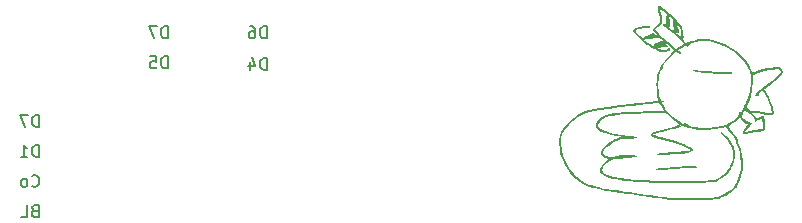
<source format=gbr>
%TF.GenerationSoftware,KiCad,Pcbnew,8.0.2*%
%TF.CreationDate,2024-12-11T20:23:40+09:00*%
%TF.ProjectId,Pmod_SC1602,506d6f64-5f53-4433-9136-30322e6b6963,rev?*%
%TF.SameCoordinates,Original*%
%TF.FileFunction,Legend,Bot*%
%TF.FilePolarity,Positive*%
%FSLAX46Y46*%
G04 Gerber Fmt 4.6, Leading zero omitted, Abs format (unit mm)*
G04 Created by KiCad (PCBNEW 8.0.2) date 2024-12-11 20:23:40*
%MOMM*%
%LPD*%
G01*
G04 APERTURE LIST*
%ADD10C,0.150000*%
%ADD11C,0.000000*%
G04 APERTURE END LIST*
D10*
X89325220Y-90801819D02*
X89325220Y-89801819D01*
X89325220Y-89801819D02*
X89087125Y-89801819D01*
X89087125Y-89801819D02*
X88944268Y-89849438D01*
X88944268Y-89849438D02*
X88849030Y-89944676D01*
X88849030Y-89944676D02*
X88801411Y-90039914D01*
X88801411Y-90039914D02*
X88753792Y-90230390D01*
X88753792Y-90230390D02*
X88753792Y-90373247D01*
X88753792Y-90373247D02*
X88801411Y-90563723D01*
X88801411Y-90563723D02*
X88849030Y-90658961D01*
X88849030Y-90658961D02*
X88944268Y-90754200D01*
X88944268Y-90754200D02*
X89087125Y-90801819D01*
X89087125Y-90801819D02*
X89325220Y-90801819D01*
X88420458Y-89801819D02*
X87753792Y-89801819D01*
X87753792Y-89801819D02*
X88182363Y-90801819D01*
X108629220Y-83308819D02*
X108629220Y-82308819D01*
X108629220Y-82308819D02*
X108391125Y-82308819D01*
X108391125Y-82308819D02*
X108248268Y-82356438D01*
X108248268Y-82356438D02*
X108153030Y-82451676D01*
X108153030Y-82451676D02*
X108105411Y-82546914D01*
X108105411Y-82546914D02*
X108057792Y-82737390D01*
X108057792Y-82737390D02*
X108057792Y-82880247D01*
X108057792Y-82880247D02*
X108105411Y-83070723D01*
X108105411Y-83070723D02*
X108153030Y-83165961D01*
X108153030Y-83165961D02*
X108248268Y-83261200D01*
X108248268Y-83261200D02*
X108391125Y-83308819D01*
X108391125Y-83308819D02*
X108629220Y-83308819D01*
X107200649Y-82308819D02*
X107391125Y-82308819D01*
X107391125Y-82308819D02*
X107486363Y-82356438D01*
X107486363Y-82356438D02*
X107533982Y-82404057D01*
X107533982Y-82404057D02*
X107629220Y-82546914D01*
X107629220Y-82546914D02*
X107676839Y-82737390D01*
X107676839Y-82737390D02*
X107676839Y-83118342D01*
X107676839Y-83118342D02*
X107629220Y-83213580D01*
X107629220Y-83213580D02*
X107581601Y-83261200D01*
X107581601Y-83261200D02*
X107486363Y-83308819D01*
X107486363Y-83308819D02*
X107295887Y-83308819D01*
X107295887Y-83308819D02*
X107200649Y-83261200D01*
X107200649Y-83261200D02*
X107153030Y-83213580D01*
X107153030Y-83213580D02*
X107105411Y-83118342D01*
X107105411Y-83118342D02*
X107105411Y-82880247D01*
X107105411Y-82880247D02*
X107153030Y-82785009D01*
X107153030Y-82785009D02*
X107200649Y-82737390D01*
X107200649Y-82737390D02*
X107295887Y-82689771D01*
X107295887Y-82689771D02*
X107486363Y-82689771D01*
X107486363Y-82689771D02*
X107581601Y-82737390D01*
X107581601Y-82737390D02*
X107629220Y-82785009D01*
X107629220Y-82785009D02*
X107676839Y-82880247D01*
X108629220Y-85975819D02*
X108629220Y-84975819D01*
X108629220Y-84975819D02*
X108391125Y-84975819D01*
X108391125Y-84975819D02*
X108248268Y-85023438D01*
X108248268Y-85023438D02*
X108153030Y-85118676D01*
X108153030Y-85118676D02*
X108105411Y-85213914D01*
X108105411Y-85213914D02*
X108057792Y-85404390D01*
X108057792Y-85404390D02*
X108057792Y-85547247D01*
X108057792Y-85547247D02*
X108105411Y-85737723D01*
X108105411Y-85737723D02*
X108153030Y-85832961D01*
X108153030Y-85832961D02*
X108248268Y-85928200D01*
X108248268Y-85928200D02*
X108391125Y-85975819D01*
X108391125Y-85975819D02*
X108629220Y-85975819D01*
X107200649Y-85309152D02*
X107200649Y-85975819D01*
X107438744Y-84928200D02*
X107676839Y-85642485D01*
X107676839Y-85642485D02*
X107057792Y-85642485D01*
X100247220Y-85848819D02*
X100247220Y-84848819D01*
X100247220Y-84848819D02*
X100009125Y-84848819D01*
X100009125Y-84848819D02*
X99866268Y-84896438D01*
X99866268Y-84896438D02*
X99771030Y-84991676D01*
X99771030Y-84991676D02*
X99723411Y-85086914D01*
X99723411Y-85086914D02*
X99675792Y-85277390D01*
X99675792Y-85277390D02*
X99675792Y-85420247D01*
X99675792Y-85420247D02*
X99723411Y-85610723D01*
X99723411Y-85610723D02*
X99771030Y-85705961D01*
X99771030Y-85705961D02*
X99866268Y-85801200D01*
X99866268Y-85801200D02*
X100009125Y-85848819D01*
X100009125Y-85848819D02*
X100247220Y-85848819D01*
X98771030Y-84848819D02*
X99247220Y-84848819D01*
X99247220Y-84848819D02*
X99294839Y-85325009D01*
X99294839Y-85325009D02*
X99247220Y-85277390D01*
X99247220Y-85277390D02*
X99151982Y-85229771D01*
X99151982Y-85229771D02*
X98913887Y-85229771D01*
X98913887Y-85229771D02*
X98818649Y-85277390D01*
X98818649Y-85277390D02*
X98771030Y-85325009D01*
X98771030Y-85325009D02*
X98723411Y-85420247D01*
X98723411Y-85420247D02*
X98723411Y-85658342D01*
X98723411Y-85658342D02*
X98771030Y-85753580D01*
X98771030Y-85753580D02*
X98818649Y-85801200D01*
X98818649Y-85801200D02*
X98913887Y-85848819D01*
X98913887Y-85848819D02*
X99151982Y-85848819D01*
X99151982Y-85848819D02*
X99247220Y-85801200D01*
X99247220Y-85801200D02*
X99294839Y-85753580D01*
X100247220Y-83308819D02*
X100247220Y-82308819D01*
X100247220Y-82308819D02*
X100009125Y-82308819D01*
X100009125Y-82308819D02*
X99866268Y-82356438D01*
X99866268Y-82356438D02*
X99771030Y-82451676D01*
X99771030Y-82451676D02*
X99723411Y-82546914D01*
X99723411Y-82546914D02*
X99675792Y-82737390D01*
X99675792Y-82737390D02*
X99675792Y-82880247D01*
X99675792Y-82880247D02*
X99723411Y-83070723D01*
X99723411Y-83070723D02*
X99771030Y-83165961D01*
X99771030Y-83165961D02*
X99866268Y-83261200D01*
X99866268Y-83261200D02*
X100009125Y-83308819D01*
X100009125Y-83308819D02*
X100247220Y-83308819D01*
X99342458Y-82308819D02*
X98675792Y-82308819D01*
X98675792Y-82308819D02*
X99104363Y-83308819D01*
X88753792Y-95786580D02*
X88801411Y-95834200D01*
X88801411Y-95834200D02*
X88944268Y-95881819D01*
X88944268Y-95881819D02*
X89039506Y-95881819D01*
X89039506Y-95881819D02*
X89182363Y-95834200D01*
X89182363Y-95834200D02*
X89277601Y-95738961D01*
X89277601Y-95738961D02*
X89325220Y-95643723D01*
X89325220Y-95643723D02*
X89372839Y-95453247D01*
X89372839Y-95453247D02*
X89372839Y-95310390D01*
X89372839Y-95310390D02*
X89325220Y-95119914D01*
X89325220Y-95119914D02*
X89277601Y-95024676D01*
X89277601Y-95024676D02*
X89182363Y-94929438D01*
X89182363Y-94929438D02*
X89039506Y-94881819D01*
X89039506Y-94881819D02*
X88944268Y-94881819D01*
X88944268Y-94881819D02*
X88801411Y-94929438D01*
X88801411Y-94929438D02*
X88753792Y-94977057D01*
X88182363Y-95881819D02*
X88277601Y-95834200D01*
X88277601Y-95834200D02*
X88325220Y-95786580D01*
X88325220Y-95786580D02*
X88372839Y-95691342D01*
X88372839Y-95691342D02*
X88372839Y-95405628D01*
X88372839Y-95405628D02*
X88325220Y-95310390D01*
X88325220Y-95310390D02*
X88277601Y-95262771D01*
X88277601Y-95262771D02*
X88182363Y-95215152D01*
X88182363Y-95215152D02*
X88039506Y-95215152D01*
X88039506Y-95215152D02*
X87944268Y-95262771D01*
X87944268Y-95262771D02*
X87896649Y-95310390D01*
X87896649Y-95310390D02*
X87849030Y-95405628D01*
X87849030Y-95405628D02*
X87849030Y-95691342D01*
X87849030Y-95691342D02*
X87896649Y-95786580D01*
X87896649Y-95786580D02*
X87944268Y-95834200D01*
X87944268Y-95834200D02*
X88039506Y-95881819D01*
X88039506Y-95881819D02*
X88182363Y-95881819D01*
X88991887Y-97898009D02*
X88849030Y-97945628D01*
X88849030Y-97945628D02*
X88801411Y-97993247D01*
X88801411Y-97993247D02*
X88753792Y-98088485D01*
X88753792Y-98088485D02*
X88753792Y-98231342D01*
X88753792Y-98231342D02*
X88801411Y-98326580D01*
X88801411Y-98326580D02*
X88849030Y-98374200D01*
X88849030Y-98374200D02*
X88944268Y-98421819D01*
X88944268Y-98421819D02*
X89325220Y-98421819D01*
X89325220Y-98421819D02*
X89325220Y-97421819D01*
X89325220Y-97421819D02*
X88991887Y-97421819D01*
X88991887Y-97421819D02*
X88896649Y-97469438D01*
X88896649Y-97469438D02*
X88849030Y-97517057D01*
X88849030Y-97517057D02*
X88801411Y-97612295D01*
X88801411Y-97612295D02*
X88801411Y-97707533D01*
X88801411Y-97707533D02*
X88849030Y-97802771D01*
X88849030Y-97802771D02*
X88896649Y-97850390D01*
X88896649Y-97850390D02*
X88991887Y-97898009D01*
X88991887Y-97898009D02*
X89325220Y-97898009D01*
X87849030Y-98421819D02*
X88325220Y-98421819D01*
X88325220Y-98421819D02*
X88325220Y-97421819D01*
X89325220Y-93341819D02*
X89325220Y-92341819D01*
X89325220Y-92341819D02*
X89087125Y-92341819D01*
X89087125Y-92341819D02*
X88944268Y-92389438D01*
X88944268Y-92389438D02*
X88849030Y-92484676D01*
X88849030Y-92484676D02*
X88801411Y-92579914D01*
X88801411Y-92579914D02*
X88753792Y-92770390D01*
X88753792Y-92770390D02*
X88753792Y-92913247D01*
X88753792Y-92913247D02*
X88801411Y-93103723D01*
X88801411Y-93103723D02*
X88849030Y-93198961D01*
X88849030Y-93198961D02*
X88944268Y-93294200D01*
X88944268Y-93294200D02*
X89087125Y-93341819D01*
X89087125Y-93341819D02*
X89325220Y-93341819D01*
X87801411Y-93341819D02*
X88372839Y-93341819D01*
X88087125Y-93341819D02*
X88087125Y-92341819D01*
X88087125Y-92341819D02*
X88182363Y-92484676D01*
X88182363Y-92484676D02*
X88277601Y-92579914D01*
X88277601Y-92579914D02*
X88372839Y-92627533D01*
D11*
%TO.C,G\u002A\u002A\u002A*%
G36*
X145056834Y-85997607D02*
G01*
X145366069Y-86036625D01*
X145406296Y-86042479D01*
X145723074Y-86077252D01*
X146119106Y-86105580D01*
X146567886Y-86125883D01*
X147042909Y-86136581D01*
X147303547Y-86140273D01*
X147658045Y-86149392D01*
X147913376Y-86162972D01*
X148076279Y-86181953D01*
X148153494Y-86207272D01*
X148151761Y-86239869D01*
X148077822Y-86280682D01*
X148045033Y-86290457D01*
X147894157Y-86308548D01*
X147662538Y-86316766D01*
X147367512Y-86316137D01*
X147026415Y-86307688D01*
X146656581Y-86292446D01*
X146275346Y-86271437D01*
X145900046Y-86245688D01*
X145548015Y-86216225D01*
X145236591Y-86184076D01*
X144983108Y-86150267D01*
X144804901Y-86115824D01*
X144719306Y-86081775D01*
X144698456Y-86054747D01*
X144718862Y-86006959D01*
X144839710Y-85987816D01*
X145056834Y-85997607D01*
G37*
G36*
X144694257Y-94145504D02*
G01*
X144938574Y-94158040D01*
X145097970Y-94181123D01*
X145160180Y-94214757D01*
X145140133Y-94229333D01*
X145023744Y-94251172D01*
X144810982Y-94272085D01*
X144510026Y-94291333D01*
X144129056Y-94308174D01*
X143818778Y-94321137D01*
X143470247Y-94339163D01*
X143155124Y-94358966D01*
X142898910Y-94378925D01*
X142727108Y-94397415D01*
X142536220Y-94421059D01*
X142267403Y-94443796D01*
X142020261Y-94453764D01*
X141816660Y-94450803D01*
X141678465Y-94434754D01*
X141627541Y-94405456D01*
X141627610Y-94399751D01*
X141633310Y-94373593D01*
X141657480Y-94352159D01*
X141713141Y-94333536D01*
X141813314Y-94315812D01*
X141971018Y-94297074D01*
X142199276Y-94275408D01*
X142511107Y-94248902D01*
X142919532Y-94215643D01*
X143113054Y-94200721D01*
X143574418Y-94171122D01*
X143999915Y-94152049D01*
X144377283Y-94143508D01*
X144694257Y-94145504D01*
G37*
G36*
X143610945Y-90680944D02*
G01*
X143685379Y-90717402D01*
X143689903Y-90773632D01*
X143613052Y-90837005D01*
X143441158Y-90901935D01*
X143166935Y-90971998D01*
X142930972Y-91027071D01*
X142643778Y-91097674D01*
X142397238Y-91161723D01*
X142226017Y-91206890D01*
X141956602Y-91274617D01*
X141721191Y-91330377D01*
X141714206Y-91331956D01*
X141498080Y-91389782D01*
X141391018Y-91440712D01*
X141392396Y-91485296D01*
X141501591Y-91524085D01*
X141544733Y-91534247D01*
X141715135Y-91579523D01*
X141902433Y-91634392D01*
X141940761Y-91645962D01*
X142113693Y-91695902D01*
X142356898Y-91764165D01*
X142643599Y-91843283D01*
X142947022Y-91925785D01*
X143270713Y-92020584D01*
X143628179Y-92141993D01*
X143958867Y-92270915D01*
X144246890Y-92400157D01*
X144476362Y-92522524D01*
X144631396Y-92630823D01*
X144696106Y-92717859D01*
X144695879Y-92753104D01*
X144628801Y-92851596D01*
X144480479Y-92942541D01*
X144271869Y-93015298D01*
X144023923Y-93059224D01*
X143981361Y-93063228D01*
X143776471Y-93079613D01*
X143501552Y-93098753D01*
X143187336Y-93118586D01*
X142864554Y-93137047D01*
X142670496Y-93147533D01*
X142325646Y-93166012D01*
X142071136Y-93178732D01*
X141893658Y-93185601D01*
X141779904Y-93186525D01*
X141716567Y-93181413D01*
X141690338Y-93170172D01*
X141687910Y-93152710D01*
X141695973Y-93128935D01*
X141720637Y-93098272D01*
X141795559Y-93064919D01*
X141929151Y-93035554D01*
X142131664Y-93008885D01*
X142413351Y-92983616D01*
X142784463Y-92958454D01*
X143255253Y-92932105D01*
X143522782Y-92916602D01*
X143903996Y-92886478D01*
X144183391Y-92851493D01*
X144366101Y-92810693D01*
X144457261Y-92763123D01*
X144462003Y-92707831D01*
X144417096Y-92663679D01*
X144267667Y-92575974D01*
X144035011Y-92471340D01*
X143733630Y-92355238D01*
X143378027Y-92233126D01*
X142982707Y-92110464D01*
X142562173Y-91992710D01*
X142274221Y-91915500D01*
X141885750Y-91806711D01*
X141589267Y-91716006D01*
X141375248Y-91639859D01*
X141234169Y-91574744D01*
X141156507Y-91517135D01*
X141132736Y-91463505D01*
X141140638Y-91429301D01*
X141230396Y-91336958D01*
X141407258Y-91247288D01*
X141655030Y-91169409D01*
X141717834Y-91153821D01*
X142103780Y-91057894D01*
X142467840Y-90967194D01*
X142781729Y-90888774D01*
X143017161Y-90829690D01*
X143106077Y-90804998D01*
X143242505Y-90756182D01*
X143309042Y-90716090D01*
X143365133Y-90684566D01*
X143485582Y-90669933D01*
X143610945Y-90680944D01*
G37*
G36*
X143904335Y-83278792D02*
G01*
X143873028Y-83325536D01*
X143901640Y-83396126D01*
X144007179Y-83509430D01*
X144184035Y-83680362D01*
X144541394Y-83567151D01*
X144752344Y-83500886D01*
X144977953Y-83433847D01*
X145149130Y-83391544D01*
X145295020Y-83368325D01*
X145444769Y-83358538D01*
X145627525Y-83356532D01*
X145995280Y-83373944D01*
X146455222Y-83452083D01*
X146925237Y-83600078D01*
X147435006Y-83825631D01*
X147659551Y-83940220D01*
X148136718Y-84216270D01*
X148546141Y-84509789D01*
X148917013Y-84843152D01*
X149278526Y-85238737D01*
X149331462Y-85305882D01*
X149471868Y-85524703D01*
X149592730Y-85766532D01*
X149677433Y-85995267D01*
X149709359Y-86174809D01*
X149716816Y-86234388D01*
X149760146Y-86241260D01*
X149869143Y-86190581D01*
X150015493Y-86125000D01*
X150308066Y-86024995D01*
X150652968Y-85932712D01*
X151019205Y-85854494D01*
X151375783Y-85796682D01*
X151691707Y-85765619D01*
X151935983Y-85767648D01*
X151997004Y-85778572D01*
X152171101Y-85860832D01*
X152298746Y-85993772D01*
X152346991Y-86144069D01*
X152348320Y-86148210D01*
X152342278Y-86183538D01*
X152270296Y-86316102D01*
X152129181Y-86490807D01*
X151934265Y-86692447D01*
X151700880Y-86905816D01*
X151444358Y-87115708D01*
X151180030Y-87306917D01*
X151077105Y-87377161D01*
X150911079Y-87495890D01*
X150796607Y-87585208D01*
X150753948Y-87629766D01*
X150754534Y-87633915D01*
X150795620Y-87702567D01*
X150881616Y-87806770D01*
X150899624Y-87827531D01*
X151017659Y-88002119D01*
X151141695Y-88240106D01*
X151263598Y-88518514D01*
X151375234Y-88814366D01*
X151468465Y-89104684D01*
X151535159Y-89366490D01*
X151567179Y-89576808D01*
X151556390Y-89712660D01*
X151522553Y-89747243D01*
X151389891Y-89781246D01*
X151174405Y-89785738D01*
X150890508Y-89760807D01*
X150552615Y-89706542D01*
X150524597Y-89701255D01*
X150290455Y-89662173D01*
X150077965Y-89634550D01*
X149930081Y-89624074D01*
X149738465Y-89624065D01*
X149962231Y-89847830D01*
X150185997Y-90071596D01*
X150415360Y-89952045D01*
X150415815Y-89951808D01*
X150565253Y-89880453D01*
X150668932Y-89857287D01*
X150735691Y-89894661D01*
X150774366Y-90004928D01*
X150793796Y-90200437D01*
X150802818Y-90493541D01*
X150803435Y-90525204D01*
X150806398Y-90799592D01*
X150795886Y-90984457D01*
X150794460Y-90989210D01*
X150761684Y-91098426D01*
X150693582Y-91160126D01*
X150581367Y-91188184D01*
X150414828Y-91201224D01*
X150379843Y-91203715D01*
X150182512Y-91224865D01*
X149933531Y-91258986D01*
X149678266Y-91299996D01*
X149465963Y-91335525D01*
X149217055Y-91369937D01*
X149054658Y-91379625D01*
X148966339Y-91365040D01*
X148939662Y-91326628D01*
X148950478Y-91257428D01*
X149015550Y-91094406D01*
X149118499Y-90921227D01*
X149234958Y-90782771D01*
X149343138Y-90667712D01*
X149374501Y-90586408D01*
X149310766Y-90556959D01*
X149254822Y-90539913D01*
X149128501Y-90452023D01*
X148982237Y-90309724D01*
X148841695Y-90136047D01*
X148717150Y-89960799D01*
X148448245Y-90225491D01*
X148303321Y-90355599D01*
X148115571Y-90498094D01*
X147956158Y-90593163D01*
X147864857Y-90639164D01*
X147756150Y-90726131D01*
X147746714Y-90816997D01*
X147830582Y-90927659D01*
X147864884Y-90963862D01*
X147972787Y-91092855D01*
X148088608Y-91245926D01*
X148132422Y-91306108D01*
X148258728Y-91472002D01*
X148365762Y-91603285D01*
X148456109Y-91744227D01*
X148517889Y-91915364D01*
X148528442Y-91962530D01*
X148584148Y-92141367D01*
X148658738Y-92327702D01*
X148709520Y-92451648D01*
X148814031Y-92801003D01*
X148894568Y-93205294D01*
X148947844Y-93633082D01*
X148962254Y-93899270D01*
X148970572Y-94052925D01*
X148959465Y-94433386D01*
X148911237Y-94743023D01*
X148830956Y-94998798D01*
X148707617Y-95311318D01*
X148566794Y-95613810D01*
X148429484Y-95857691D01*
X148353785Y-95960338D01*
X148125113Y-96193509D01*
X147834823Y-96422282D01*
X147513956Y-96625944D01*
X147193554Y-96783785D01*
X146904661Y-96875090D01*
X146728523Y-96910151D01*
X146514330Y-96954627D01*
X146355680Y-96989624D01*
X146345793Y-96991769D01*
X146197971Y-97009320D01*
X145960538Y-97022902D01*
X145651779Y-97032518D01*
X145289983Y-97038170D01*
X144893437Y-97039864D01*
X144480426Y-97037600D01*
X144069239Y-97031384D01*
X143678163Y-97021217D01*
X143325484Y-97007103D01*
X143029489Y-96989046D01*
X142992399Y-96986080D01*
X142719491Y-96959737D01*
X142363828Y-96919792D01*
X141947501Y-96869010D01*
X141492603Y-96810158D01*
X141021226Y-96746002D01*
X140555463Y-96679306D01*
X140458973Y-96665143D01*
X139997641Y-96598345D01*
X139540794Y-96533575D01*
X139109279Y-96473699D01*
X138723948Y-96421584D01*
X138405650Y-96380095D01*
X138175236Y-96352099D01*
X137931073Y-96320713D01*
X137607274Y-96269783D01*
X137307963Y-96213435D01*
X137075669Y-96159134D01*
X136816325Y-96088711D01*
X136548621Y-96019626D01*
X136293233Y-95959131D01*
X135998601Y-95894562D01*
X135973152Y-95888613D01*
X135731412Y-95797238D01*
X135445182Y-95641462D01*
X135138505Y-95438337D01*
X134835422Y-95204915D01*
X134559976Y-94958251D01*
X134336207Y-94715397D01*
X134335915Y-94715036D01*
X134223204Y-94553868D01*
X134083938Y-94322937D01*
X133935788Y-94053029D01*
X133796425Y-93774930D01*
X133784662Y-93750142D01*
X133660014Y-93483411D01*
X133573724Y-93280679D01*
X133516829Y-93109591D01*
X133480365Y-92937792D01*
X133455370Y-92732928D01*
X133432881Y-92462645D01*
X133423513Y-92327406D01*
X133417814Y-92044264D01*
X133580828Y-92044264D01*
X133600901Y-92445621D01*
X133604784Y-92495734D01*
X133625740Y-92734008D01*
X133651516Y-92920353D01*
X133690798Y-93084917D01*
X133752273Y-93257845D01*
X133844625Y-93469285D01*
X133976541Y-93749384D01*
X134058038Y-93916897D01*
X134254916Y-94282649D01*
X134452648Y-94579569D01*
X134673126Y-94834306D01*
X134938239Y-95073505D01*
X135269876Y-95323816D01*
X135330399Y-95366568D01*
X135560561Y-95519450D01*
X135752158Y-95622958D01*
X135942264Y-95694794D01*
X136167951Y-95752661D01*
X136182834Y-95755975D01*
X136428642Y-95813233D01*
X136665634Y-95872376D01*
X136844424Y-95921106D01*
X136947075Y-95951173D01*
X137236125Y-96029997D01*
X137489282Y-96085854D01*
X137755108Y-96128402D01*
X138082165Y-96167300D01*
X138098564Y-96169099D01*
X138308266Y-96194879D01*
X138604417Y-96234703D01*
X138966996Y-96285713D01*
X139375981Y-96345050D01*
X139811351Y-96409855D01*
X140253082Y-96477269D01*
X140289370Y-96482870D01*
X140735339Y-96550124D01*
X141176650Y-96614010D01*
X141592523Y-96671707D01*
X141962177Y-96720396D01*
X142264831Y-96757255D01*
X142479706Y-96779464D01*
X142653246Y-96792091D01*
X142957220Y-96808325D01*
X143316175Y-96822579D01*
X143713626Y-96834645D01*
X144133086Y-96844316D01*
X144558068Y-96851385D01*
X144972087Y-96855644D01*
X145358655Y-96856885D01*
X145701287Y-96854902D01*
X145983497Y-96849487D01*
X146188797Y-96840433D01*
X146300701Y-96827531D01*
X146419263Y-96799892D01*
X146626157Y-96755341D01*
X146846446Y-96710842D01*
X147003738Y-96669267D01*
X147325265Y-96533601D01*
X147653461Y-96341061D01*
X147952605Y-96113932D01*
X148186979Y-95874500D01*
X148459277Y-95459297D01*
X148668726Y-94961464D01*
X148784831Y-94433453D01*
X148800142Y-93899270D01*
X148792293Y-93799765D01*
X148743613Y-93384319D01*
X148673649Y-92989906D01*
X148588384Y-92646152D01*
X148493803Y-92382680D01*
X148467714Y-92322576D01*
X148396964Y-92131211D01*
X148352954Y-91970343D01*
X148297366Y-91813116D01*
X148198634Y-91658264D01*
X148093415Y-91531525D01*
X147999717Y-91404935D01*
X147954570Y-91343428D01*
X147843362Y-91206832D01*
X147711005Y-91055197D01*
X147499447Y-90821341D01*
X147133732Y-90906394D01*
X146973832Y-90938587D01*
X146707450Y-90982256D01*
X146402684Y-91024581D01*
X146098955Y-91059721D01*
X145885134Y-91080889D01*
X145654232Y-91098814D01*
X145475399Y-91101251D01*
X145315195Y-91086463D01*
X145140182Y-91052709D01*
X144916920Y-90998252D01*
X144795787Y-90968370D01*
X144566140Y-90915791D01*
X144379103Y-90878156D01*
X144266502Y-90862125D01*
X144221949Y-90855431D01*
X144064867Y-90804084D01*
X143867098Y-90717461D01*
X143664734Y-90613543D01*
X143493862Y-90510308D01*
X143390572Y-90425737D01*
X143341471Y-90376381D01*
X143272659Y-90338783D01*
X143250782Y-90334982D01*
X143214178Y-90314276D01*
X143152452Y-90264824D01*
X143051991Y-90174842D01*
X142899181Y-90032546D01*
X142680409Y-89826152D01*
X142670583Y-89816912D01*
X142525803Y-89692572D01*
X142409304Y-89612828D01*
X142345507Y-89594568D01*
X142297575Y-89602816D01*
X142151321Y-89613775D01*
X141923123Y-89625086D01*
X141628393Y-89636108D01*
X141282539Y-89646198D01*
X140900972Y-89654716D01*
X140667855Y-89659513D01*
X139932108Y-89680435D01*
X139295956Y-89709012D01*
X138751502Y-89746377D01*
X138290849Y-89793660D01*
X137906100Y-89851996D01*
X137589359Y-89922514D01*
X137332727Y-90006349D01*
X137128309Y-90104631D01*
X136968206Y-90218492D01*
X136824068Y-90363247D01*
X136709516Y-90556180D01*
X136700446Y-90732070D01*
X136797759Y-90887387D01*
X136912745Y-90979330D01*
X137118736Y-91092590D01*
X137391086Y-91195536D01*
X137738515Y-91290458D01*
X138169740Y-91379649D01*
X138693479Y-91465402D01*
X139318450Y-91550006D01*
X139367775Y-91556306D01*
X139680290Y-91604814D01*
X139893241Y-91655319D01*
X140003166Y-91706775D01*
X140006603Y-91758134D01*
X139946401Y-91771740D01*
X139797529Y-91783920D01*
X139583807Y-91792560D01*
X139328409Y-91796353D01*
X139254247Y-91796779D01*
X138964129Y-91803822D01*
X138753006Y-91821436D01*
X138595512Y-91852689D01*
X138466286Y-91900650D01*
X138436692Y-91914376D01*
X138226714Y-92011470D01*
X138023336Y-92105142D01*
X137977024Y-92127509D01*
X137808661Y-92224040D01*
X137682020Y-92317767D01*
X137592610Y-92394615D01*
X137539450Y-92427961D01*
X137518173Y-92440643D01*
X137436331Y-92511206D01*
X137320109Y-92623012D01*
X137221579Y-92728692D01*
X137100896Y-92909064D01*
X137080986Y-93055505D01*
X137162124Y-93175329D01*
X137344585Y-93275853D01*
X137445669Y-93312920D01*
X137602820Y-93349846D01*
X137772629Y-93355645D01*
X137986005Y-93330243D01*
X138273861Y-93273564D01*
X138274386Y-93273450D01*
X138535542Y-93227705D01*
X138814182Y-93196572D01*
X139094431Y-93179444D01*
X139360412Y-93175713D01*
X139596249Y-93184768D01*
X139786066Y-93206003D01*
X139913988Y-93238808D01*
X139964138Y-93282574D01*
X139920639Y-93336694D01*
X139919526Y-93337346D01*
X139835064Y-93359905D01*
X139665466Y-93387952D01*
X139434431Y-93418893D01*
X139165654Y-93450137D01*
X138882834Y-93479092D01*
X138609666Y-93503167D01*
X138369847Y-93519768D01*
X138187075Y-93526305D01*
X138047904Y-93533692D01*
X137855997Y-93583067D01*
X137653776Y-93695829D01*
X137474632Y-93824982D01*
X137237733Y-94049125D01*
X137101634Y-94263833D01*
X137066727Y-94463174D01*
X137133408Y-94641214D01*
X137302070Y-94792021D01*
X137573109Y-94909662D01*
X138014762Y-95030968D01*
X138612478Y-95156504D01*
X139181004Y-95234631D01*
X139326888Y-95247674D01*
X139779980Y-95281314D01*
X140288772Y-95310596D01*
X140841439Y-95335463D01*
X141426159Y-95355860D01*
X142031106Y-95371732D01*
X142644456Y-95383023D01*
X143254387Y-95389679D01*
X143849073Y-95391643D01*
X144416690Y-95388860D01*
X144945415Y-95381274D01*
X145423424Y-95368831D01*
X145838892Y-95351475D01*
X146179995Y-95329150D01*
X146434910Y-95301801D01*
X146591812Y-95269373D01*
X146722153Y-95211963D01*
X146901179Y-95112353D01*
X147098982Y-94988522D01*
X147292673Y-94856155D01*
X147459363Y-94730936D01*
X147576162Y-94628551D01*
X147620182Y-94564684D01*
X147639739Y-94516696D01*
X147709178Y-94400901D01*
X147811540Y-94251036D01*
X147850525Y-94192708D01*
X147988563Y-93909855D01*
X148088971Y-93581479D01*
X148140911Y-93250979D01*
X148133542Y-92961755D01*
X148106069Y-92826768D01*
X147958976Y-92422623D01*
X147724073Y-92027718D01*
X147415676Y-91667857D01*
X147270802Y-91521519D01*
X147156817Y-91389974D01*
X147110806Y-91305310D01*
X147123536Y-91254458D01*
X147171246Y-91243246D01*
X147253829Y-91288278D01*
X147381977Y-91400096D01*
X147567804Y-91587789D01*
X147676511Y-91706571D01*
X147983482Y-92118465D01*
X148194947Y-92539953D01*
X148304216Y-92958583D01*
X148310684Y-93018606D01*
X148303556Y-93343969D01*
X148240290Y-93693956D01*
X148131331Y-94024652D01*
X147987118Y-94292143D01*
X147914166Y-94397430D01*
X147822298Y-94541206D01*
X147772362Y-94634676D01*
X147729769Y-94696402D01*
X147605810Y-94814941D01*
X147427525Y-94957889D01*
X147218821Y-95108238D01*
X147003606Y-95248981D01*
X146805788Y-95363111D01*
X146649274Y-95433620D01*
X146583984Y-95452510D01*
X146480737Y-95472861D01*
X146344148Y-95489755D01*
X146163273Y-95503701D01*
X145927167Y-95515210D01*
X145624883Y-95524790D01*
X145245479Y-95532951D01*
X144778007Y-95540201D01*
X144211524Y-95547051D01*
X143899065Y-95549878D01*
X143035203Y-95551213D01*
X142207376Y-95543056D01*
X141424802Y-95525852D01*
X140696703Y-95500046D01*
X140032299Y-95466080D01*
X139440810Y-95424398D01*
X138931456Y-95375445D01*
X138513458Y-95319664D01*
X138196035Y-95257500D01*
X137977506Y-95202411D01*
X137679327Y-95120320D01*
X137457353Y-95045999D01*
X137291564Y-94971251D01*
X137161939Y-94887880D01*
X137048458Y-94787690D01*
X136979189Y-94717435D01*
X136898948Y-94616150D01*
X136869206Y-94515942D01*
X136883346Y-94381253D01*
X136934754Y-94176525D01*
X136936285Y-94171789D01*
X136993834Y-94085357D01*
X137109474Y-93955699D01*
X137260039Y-93808990D01*
X137286601Y-93784469D01*
X137418550Y-93653776D01*
X137501490Y-93556029D01*
X137518434Y-93510827D01*
X137507030Y-93505220D01*
X137411674Y-93468455D01*
X137268559Y-93419884D01*
X137254759Y-93415314D01*
X137046023Y-93302748D01*
X136933768Y-93146459D01*
X136918939Y-92956706D01*
X137002484Y-92743748D01*
X137185349Y-92517845D01*
X137297729Y-92414926D01*
X137475207Y-92269183D01*
X137666725Y-92124985D01*
X137847874Y-91999806D01*
X137994248Y-91911118D01*
X138081437Y-91876392D01*
X138124389Y-91865476D01*
X138247590Y-91818253D01*
X138409174Y-91746755D01*
X138681933Y-91619253D01*
X138409174Y-91580734D01*
X138233735Y-91554264D01*
X137896159Y-91493943D01*
X137594517Y-91428148D01*
X137353288Y-91362497D01*
X137196947Y-91302604D01*
X137191968Y-91300022D01*
X137064623Y-91242689D01*
X136978869Y-91218776D01*
X136943587Y-91205542D01*
X136840797Y-91135606D01*
X136710519Y-91025745D01*
X136628454Y-90948182D01*
X136546045Y-90846387D01*
X136519616Y-90744760D01*
X136530754Y-90599662D01*
X136545927Y-90513108D01*
X136594349Y-90387002D01*
X136689323Y-90263036D01*
X136852394Y-90108299D01*
X136871167Y-90091739D01*
X137031987Y-89961476D01*
X137182754Y-89872114D01*
X137363044Y-89804434D01*
X137612432Y-89739218D01*
X137701017Y-89719070D01*
X137926285Y-89675067D01*
X138177681Y-89636579D01*
X138464519Y-89603044D01*
X138796114Y-89573902D01*
X139181779Y-89548590D01*
X139630830Y-89526547D01*
X140152580Y-89507213D01*
X140756343Y-89490024D01*
X141451433Y-89474421D01*
X142247165Y-89459840D01*
X142256707Y-89451309D01*
X142241462Y-89379233D01*
X142187031Y-89257618D01*
X142108830Y-89115522D01*
X142022274Y-88982002D01*
X141942780Y-88886114D01*
X141912562Y-88859031D01*
X141855866Y-88824405D01*
X141777523Y-88806894D01*
X141655631Y-88805299D01*
X141468283Y-88818418D01*
X141193575Y-88845050D01*
X141030004Y-88862087D01*
X140655016Y-88903459D01*
X140265401Y-88948873D01*
X139923212Y-88991190D01*
X139853780Y-88999981D01*
X139538961Y-89037385D01*
X139166392Y-89078777D01*
X138776900Y-89119713D01*
X138411307Y-89155749D01*
X138210853Y-89175195D01*
X137503859Y-89254453D01*
X136891699Y-89343706D01*
X136362452Y-89447088D01*
X135904194Y-89568738D01*
X135505002Y-89712791D01*
X135152954Y-89883382D01*
X134836127Y-90084649D01*
X134542597Y-90320728D01*
X134260441Y-90595755D01*
X134217106Y-90641737D01*
X133958198Y-90935447D01*
X133775146Y-91194423D01*
X133657921Y-91446797D01*
X133596491Y-91720700D01*
X133580828Y-92044264D01*
X133417814Y-92044264D01*
X133415267Y-91917707D01*
X133451762Y-91576162D01*
X133542792Y-91277639D01*
X133698152Y-90997003D01*
X133927637Y-90709120D01*
X134241042Y-90388855D01*
X134374656Y-90263241D01*
X134663194Y-90015494D01*
X134952138Y-89806362D01*
X135255183Y-89631030D01*
X135586023Y-89484685D01*
X135958350Y-89362509D01*
X136385860Y-89259690D01*
X136882244Y-89171412D01*
X137461198Y-89092861D01*
X138136415Y-89019221D01*
X138401456Y-88992165D01*
X138808980Y-88948843D01*
X139212782Y-88904157D01*
X139577616Y-88862032D01*
X139868234Y-88826392D01*
X140095394Y-88797918D01*
X140477914Y-88752208D01*
X140864142Y-88708225D01*
X141197743Y-88672492D01*
X141464608Y-88643408D01*
X141649937Y-88617153D01*
X141756342Y-88591174D01*
X141799506Y-88561584D01*
X141795114Y-88524497D01*
X141768760Y-88465258D01*
X141714006Y-88254282D01*
X141674089Y-87971421D01*
X141649859Y-87643127D01*
X141645493Y-87445947D01*
X141799169Y-87445947D01*
X141821324Y-87804569D01*
X141868240Y-88117182D01*
X141888047Y-88207409D01*
X141937811Y-88401102D01*
X141985897Y-88513938D01*
X142043632Y-88566526D01*
X142122346Y-88579476D01*
X142158620Y-88581790D01*
X142246309Y-88619483D01*
X142257864Y-88678783D01*
X142180658Y-88727609D01*
X142142237Y-88738662D01*
X142095180Y-88775921D01*
X142141232Y-88847610D01*
X142161967Y-88873671D01*
X142244219Y-88999614D01*
X142331491Y-89156749D01*
X142399775Y-89265872D01*
X142564834Y-89468186D01*
X142784606Y-89697353D01*
X143036865Y-89932963D01*
X143299385Y-90154606D01*
X143549940Y-90341872D01*
X143766304Y-90474350D01*
X143793010Y-90487953D01*
X143904662Y-90537297D01*
X143963244Y-90533501D01*
X144005488Y-90476968D01*
X144008096Y-90472352D01*
X144050518Y-90423303D01*
X144107466Y-90439573D01*
X144209044Y-90528831D01*
X144315340Y-90606101D01*
X144502827Y-90703360D01*
X144712068Y-90783553D01*
X144971279Y-90847584D01*
X145447992Y-90902958D01*
X145984375Y-90901305D01*
X146559606Y-90843092D01*
X147152866Y-90728785D01*
X147178858Y-90722398D01*
X147506133Y-90613676D01*
X147824026Y-90461143D01*
X148113026Y-90278685D01*
X148353624Y-90080186D01*
X148526310Y-89879532D01*
X148561544Y-89801464D01*
X148878154Y-89801464D01*
X148879661Y-89878958D01*
X148925757Y-89962802D01*
X149059437Y-90141236D01*
X149267661Y-90335582D01*
X149472194Y-90426799D01*
X149484877Y-90429289D01*
X149616316Y-90468818D01*
X149688643Y-90514676D01*
X149689509Y-90516397D01*
X149664586Y-90580581D01*
X149575543Y-90692096D01*
X149440633Y-90827891D01*
X149436602Y-90831623D01*
X149296894Y-90969990D01*
X149197454Y-91085339D01*
X149159576Y-91153035D01*
X149162142Y-91175383D01*
X149200809Y-91213475D01*
X149202401Y-91213271D01*
X149279215Y-91200582D01*
X149431098Y-91173944D01*
X149626892Y-91138814D01*
X149828514Y-91104167D01*
X150101156Y-91061436D01*
X150333476Y-91029162D01*
X150655211Y-90989210D01*
X150635647Y-90558412D01*
X150633223Y-90509930D01*
X150618119Y-90309168D01*
X150598832Y-90159546D01*
X150578923Y-90090454D01*
X150542657Y-90090047D01*
X150436843Y-90135928D01*
X150294334Y-90223527D01*
X150262784Y-90245059D01*
X150089114Y-90352370D01*
X149986332Y-90387268D01*
X149944548Y-90350287D01*
X149953876Y-90241965D01*
X149962387Y-90177216D01*
X149941996Y-90087299D01*
X149867892Y-89982280D01*
X149724586Y-89834644D01*
X149585777Y-89710106D01*
X149446835Y-89606029D01*
X149352000Y-89558252D01*
X149289604Y-89530023D01*
X149249679Y-89443278D01*
X149237688Y-89363801D01*
X149182254Y-89360990D01*
X149094336Y-89439835D01*
X148986048Y-89593436D01*
X148927346Y-89692886D01*
X148878154Y-89801464D01*
X148561544Y-89801464D01*
X148611575Y-89690608D01*
X148649566Y-89590705D01*
X148731849Y-89556965D01*
X148769336Y-89548594D01*
X148846101Y-89473451D01*
X148949930Y-89314369D01*
X149059782Y-89112868D01*
X149269532Y-89112868D01*
X149279096Y-89136328D01*
X149353898Y-89216535D01*
X149478656Y-89314206D01*
X149515401Y-89338730D01*
X149719931Y-89432774D01*
X149959717Y-89461061D01*
X150106754Y-89469148D01*
X150350439Y-89498506D01*
X150589013Y-89541597D01*
X150766450Y-89575681D01*
X150999245Y-89608633D01*
X151183735Y-89622133D01*
X151188295Y-89622168D01*
X151333771Y-89616192D01*
X151394526Y-89588350D01*
X151394705Y-89527852D01*
X151390986Y-89513615D01*
X151362853Y-89384320D01*
X151332549Y-89220241D01*
X151320119Y-89163895D01*
X151258218Y-88971053D01*
X151163044Y-88727023D01*
X151048424Y-88462831D01*
X150928184Y-88209505D01*
X150816152Y-87998069D01*
X150726155Y-87859552D01*
X150610482Y-87716900D01*
X150435496Y-87862984D01*
X150362967Y-87928019D01*
X150303914Y-88011690D01*
X150323998Y-88072557D01*
X150355321Y-88125113D01*
X150299037Y-88169986D01*
X150200652Y-88190220D01*
X150072248Y-88169877D01*
X149999274Y-88102328D01*
X150000821Y-88084955D01*
X150061249Y-87999806D01*
X150192577Y-87869045D01*
X150380399Y-87704902D01*
X150610312Y-87519613D01*
X150867912Y-87325409D01*
X151138796Y-87134525D01*
X151205461Y-87088205D01*
X151433071Y-86916251D01*
X151657616Y-86728533D01*
X151862008Y-86541253D01*
X152029159Y-86370614D01*
X152141981Y-86232819D01*
X152183385Y-86144069D01*
X152175296Y-86096002D01*
X152090446Y-85992479D01*
X151935983Y-85935609D01*
X151745348Y-85930200D01*
X151481885Y-85953753D01*
X151174553Y-86001070D01*
X150848906Y-86066460D01*
X150530502Y-86144228D01*
X150244894Y-86228683D01*
X150017640Y-86314131D01*
X149874294Y-86394879D01*
X149874019Y-86395107D01*
X149834257Y-86457381D01*
X149806854Y-86577997D01*
X149789369Y-86774120D01*
X149779363Y-87062919D01*
X149773607Y-87191915D01*
X149768521Y-87305893D01*
X149719522Y-87755483D01*
X149637972Y-88177790D01*
X149529700Y-88545603D01*
X149400535Y-88831709D01*
X149360847Y-88902458D01*
X149295387Y-89034963D01*
X149269532Y-89112868D01*
X149059782Y-89112868D01*
X149087426Y-89062160D01*
X149207498Y-88826227D01*
X149327622Y-88570640D01*
X149413851Y-88351811D01*
X149478831Y-88136694D01*
X149535210Y-87892246D01*
X149553576Y-87799896D01*
X149628322Y-87191915D01*
X149616617Y-86625130D01*
X149519916Y-86107935D01*
X149339678Y-85648724D01*
X149077361Y-85255890D01*
X148639222Y-84807392D01*
X148121975Y-84397224D01*
X147557318Y-84049049D01*
X146969600Y-83777845D01*
X146383169Y-83598588D01*
X146196857Y-83565192D01*
X145896902Y-83534582D01*
X145593159Y-83525324D01*
X145322693Y-83538148D01*
X145122570Y-83573784D01*
X145068274Y-83590024D01*
X144885419Y-83640923D01*
X144688021Y-83692163D01*
X144591965Y-83719340D01*
X144544939Y-83742078D01*
X144445753Y-83790036D01*
X144373256Y-83887249D01*
X144360855Y-83915611D01*
X144298538Y-83996514D01*
X144238438Y-84016467D01*
X144211524Y-83961294D01*
X144211258Y-83953044D01*
X144187958Y-83913926D01*
X144116818Y-83922642D01*
X143983447Y-83983815D01*
X143773455Y-84102069D01*
X143758302Y-84111024D01*
X143601999Y-84213426D01*
X143499355Y-84299125D01*
X143471928Y-84350369D01*
X143484378Y-84365166D01*
X143552824Y-84372989D01*
X143567428Y-84370368D01*
X143628639Y-84413764D01*
X143689267Y-84501332D01*
X143716719Y-84589931D01*
X143690086Y-84620821D01*
X143601162Y-84619030D01*
X143487610Y-84580157D01*
X143389275Y-84513504D01*
X143379460Y-84503743D01*
X143334729Y-84466895D01*
X143288401Y-84459397D01*
X143225770Y-84491438D01*
X143132135Y-84573208D01*
X142992790Y-84714897D01*
X142793031Y-84926695D01*
X142739953Y-84983730D01*
X142490177Y-85269700D01*
X142319140Y-85500082D01*
X142231112Y-85669232D01*
X142212517Y-85722271D01*
X142155487Y-85853996D01*
X142109246Y-85921122D01*
X142107045Y-85922548D01*
X142039876Y-86018010D01*
X141960817Y-86221731D01*
X141869670Y-86534214D01*
X141828996Y-86751122D01*
X141801738Y-87081428D01*
X141799169Y-87445947D01*
X141645493Y-87445947D01*
X141642169Y-87295850D01*
X141651869Y-86956042D01*
X141679813Y-86650153D01*
X141726851Y-86404634D01*
X141831907Y-86101834D01*
X142050614Y-85660996D01*
X142337753Y-85223749D01*
X142675493Y-84819882D01*
X142835386Y-84647062D01*
X142978896Y-84483559D01*
X143076156Y-84362842D01*
X143111957Y-84302926D01*
X143111914Y-84302025D01*
X143073655Y-84245450D01*
X142979020Y-84146126D01*
X142850442Y-84024059D01*
X142710353Y-83899253D01*
X142581185Y-83791713D01*
X142485371Y-83721444D01*
X142445344Y-83708452D01*
X142437050Y-83755081D01*
X142446621Y-83858269D01*
X142523332Y-83906316D01*
X142619283Y-83949186D01*
X142623391Y-83996181D01*
X142538959Y-84034598D01*
X142536977Y-84035500D01*
X142369749Y-84057581D01*
X142292041Y-84062266D01*
X142078409Y-84081051D01*
X141902685Y-84103838D01*
X141710513Y-84136274D01*
X141930174Y-84244359D01*
X141933041Y-84245768D01*
X142088306Y-84310645D01*
X142213418Y-84321663D01*
X142369749Y-84284412D01*
X142414563Y-84269923D01*
X142564873Y-84212502D01*
X142660715Y-84162639D01*
X142702777Y-84140668D01*
X142791717Y-84168846D01*
X142807197Y-84186442D01*
X142828362Y-84281830D01*
X142757108Y-84366316D01*
X142607630Y-84420497D01*
X142399410Y-84457082D01*
X142210021Y-84486248D01*
X142082107Y-84494516D01*
X141989362Y-84480595D01*
X141905482Y-84443190D01*
X141804163Y-84381009D01*
X141741391Y-84343223D01*
X141574291Y-84256522D01*
X141441940Y-84205496D01*
X141339690Y-84166518D01*
X141240499Y-84096097D01*
X141205129Y-84064095D01*
X141185475Y-84051135D01*
X141472331Y-84051135D01*
X141517584Y-84071251D01*
X141546690Y-84067283D01*
X141554237Y-84034598D01*
X141546179Y-84028019D01*
X141480932Y-84034598D01*
X141472331Y-84051135D01*
X141185475Y-84051135D01*
X141083968Y-83984202D01*
X140924568Y-83898694D01*
X140873817Y-83869872D01*
X140728013Y-83764677D01*
X140545465Y-83613683D01*
X140349671Y-83439000D01*
X140501459Y-83439000D01*
X140803353Y-83626333D01*
X140892985Y-83682050D01*
X141094704Y-83807022D01*
X141227282Y-83884277D01*
X141309480Y-83920227D01*
X141360063Y-83921284D01*
X141397792Y-83893858D01*
X141441430Y-83844361D01*
X141463844Y-83821422D01*
X141621105Y-83707091D01*
X141819346Y-83610218D01*
X142016660Y-83548341D01*
X142171141Y-83538996D01*
X142314321Y-83566367D01*
X142177100Y-83457271D01*
X142055799Y-83359116D01*
X141919912Y-83246008D01*
X141882379Y-83215581D01*
X141800860Y-83177134D01*
X141740418Y-83215568D01*
X141738981Y-83217258D01*
X141650962Y-83271209D01*
X141481093Y-83318956D01*
X141220006Y-83362498D01*
X140858331Y-83403835D01*
X140501459Y-83439000D01*
X140349671Y-83439000D01*
X140343491Y-83433486D01*
X140139408Y-83240686D01*
X139950533Y-83051880D01*
X139794181Y-82883667D01*
X139687672Y-82752645D01*
X139648320Y-82675413D01*
X139651204Y-82648128D01*
X139729401Y-82533602D01*
X139909665Y-82429004D01*
X140185673Y-82338301D01*
X140266566Y-82319388D01*
X140503205Y-82281696D01*
X140729874Y-82267497D01*
X140922093Y-82276211D01*
X141055378Y-82307258D01*
X141105247Y-82360061D01*
X141104288Y-82369153D01*
X141059658Y-82409435D01*
X140936952Y-82434018D01*
X140720398Y-82446440D01*
X140718333Y-82446499D01*
X140479117Y-82464100D01*
X140249441Y-82499303D01*
X140054364Y-82546107D01*
X139918943Y-82598511D01*
X139868234Y-82650516D01*
X139876015Y-82680551D01*
X139938700Y-82774572D01*
X140070338Y-82922727D01*
X140278260Y-83133653D01*
X140388004Y-83238975D01*
X140469346Y-83299566D01*
X140520675Y-83298867D01*
X140567066Y-83246693D01*
X140575840Y-83235415D01*
X140685124Y-83149803D01*
X140835840Y-83079830D01*
X140844742Y-83076865D01*
X141023259Y-83009346D01*
X141179284Y-82938515D01*
X141198394Y-82928679D01*
X141348166Y-82870749D01*
X141450810Y-82887178D01*
X141540691Y-82982111D01*
X141608018Y-83054351D01*
X141661432Y-83066075D01*
X141662612Y-83064707D01*
X141651343Y-83001753D01*
X141589843Y-82894503D01*
X141502701Y-82776442D01*
X141414507Y-82681051D01*
X141349851Y-82641813D01*
X141337226Y-82641247D01*
X141290954Y-82604115D01*
X141315570Y-82539698D01*
X141513911Y-82539698D01*
X141739376Y-82808992D01*
X141844364Y-82926843D01*
X142027441Y-83110393D01*
X142194784Y-83256175D01*
X142257824Y-83306219D01*
X142430286Y-83449112D01*
X142567493Y-83566367D01*
X142636447Y-83625294D01*
X142844348Y-83807636D01*
X142971338Y-83919767D01*
X143127020Y-84054278D01*
X143237357Y-84145905D01*
X143284175Y-84179291D01*
X143298915Y-84175399D01*
X143390996Y-84131186D01*
X143530689Y-84052123D01*
X143689295Y-83955944D01*
X143838116Y-83860386D01*
X143948454Y-83783185D01*
X143991610Y-83742078D01*
X143962939Y-83699575D01*
X143868140Y-83595510D01*
X143722779Y-83448655D01*
X143543140Y-83275936D01*
X143318158Y-83070514D01*
X143033218Y-82833379D01*
X142970278Y-82787134D01*
X143320850Y-82787134D01*
X143336347Y-82832211D01*
X143415808Y-82930591D01*
X143542355Y-83054151D01*
X143788626Y-83274065D01*
X143750200Y-83026662D01*
X143744105Y-82987121D01*
X143710032Y-82758732D01*
X143679442Y-82544136D01*
X143674563Y-82512003D01*
X143614629Y-82327559D01*
X143496364Y-82201673D01*
X143345619Y-82094332D01*
X143411022Y-82284579D01*
X143419336Y-82308219D01*
X143472481Y-82439186D01*
X143514105Y-82512504D01*
X143525189Y-82526756D01*
X143530886Y-82550254D01*
X143550755Y-82632199D01*
X143537744Y-82756804D01*
X143490658Y-82838037D01*
X143458766Y-82847722D01*
X143387574Y-82807922D01*
X143364537Y-82781277D01*
X143320850Y-82787134D01*
X142970278Y-82787134D01*
X142727768Y-82608949D01*
X142387629Y-82383613D01*
X142676143Y-82383613D01*
X142680532Y-82386944D01*
X142747405Y-82437641D01*
X142858224Y-82521627D01*
X142878103Y-82536417D01*
X142992563Y-82611312D01*
X143064393Y-82641813D01*
X143084217Y-82633290D01*
X143109007Y-82550254D01*
X143100754Y-82400681D01*
X143059751Y-82211655D01*
X143036085Y-82065456D01*
X143056387Y-81901160D01*
X143058902Y-81894368D01*
X143072165Y-81800691D01*
X143029839Y-81700716D01*
X142918457Y-81561259D01*
X142731685Y-81349822D01*
X142729703Y-81569736D01*
X142729717Y-81586273D01*
X142747401Y-81799222D01*
X142787870Y-82006295D01*
X142819556Y-82146411D01*
X142809792Y-82232618D01*
X142750343Y-82294363D01*
X142694890Y-82342494D01*
X142676143Y-82383613D01*
X142387629Y-82383613D01*
X142362541Y-82366993D01*
X142259106Y-82283344D01*
X142197391Y-82168866D01*
X142234202Y-82069092D01*
X142297454Y-82047686D01*
X142378522Y-82119519D01*
X142402795Y-82149422D01*
X142433917Y-82168338D01*
X142448982Y-82125388D01*
X142451141Y-82004608D01*
X142443544Y-81790032D01*
X142439775Y-81684106D01*
X142440815Y-81489039D01*
X142458154Y-81382606D01*
X142493450Y-81350205D01*
X142543868Y-81337011D01*
X142535310Y-81277583D01*
X142437436Y-81167386D01*
X142247959Y-81003187D01*
X142208116Y-80970905D01*
X142080069Y-80874038D01*
X141999122Y-80835697D01*
X141961616Y-80865399D01*
X141963893Y-80972663D01*
X142002294Y-81167007D01*
X142073161Y-81457949D01*
X142099330Y-81563799D01*
X142143622Y-81782241D01*
X142143737Y-81937978D01*
X142089020Y-82062340D01*
X141968819Y-82186659D01*
X141772480Y-82342266D01*
X141513911Y-82539698D01*
X141315570Y-82539698D01*
X141323290Y-82519497D01*
X141424880Y-82402209D01*
X141586372Y-82267071D01*
X141702913Y-82180720D01*
X141858172Y-82056113D01*
X141943897Y-81953305D01*
X141971779Y-81843204D01*
X141953511Y-81696719D01*
X141900783Y-81484758D01*
X141846372Y-81238048D01*
X141809216Y-80987920D01*
X141793992Y-80770478D01*
X141802372Y-80610361D01*
X141836033Y-80532206D01*
X141846592Y-80529675D01*
X141933099Y-80564411D01*
X142080984Y-80662002D01*
X142276542Y-80811221D01*
X142506071Y-81000843D01*
X142755867Y-81219642D01*
X143012226Y-81456393D01*
X143261444Y-81699871D01*
X143384195Y-81824866D01*
X143591318Y-82045349D01*
X143728775Y-82209694D01*
X143805445Y-82329055D01*
X143830205Y-82414589D01*
X143838324Y-82505352D01*
X143866069Y-82685939D01*
X143906041Y-82889216D01*
X143926812Y-82987903D01*
X143949952Y-83139642D01*
X143942501Y-83227134D01*
X143907827Y-83274065D01*
X143904335Y-83278792D01*
G37*
%TD*%
M02*

</source>
